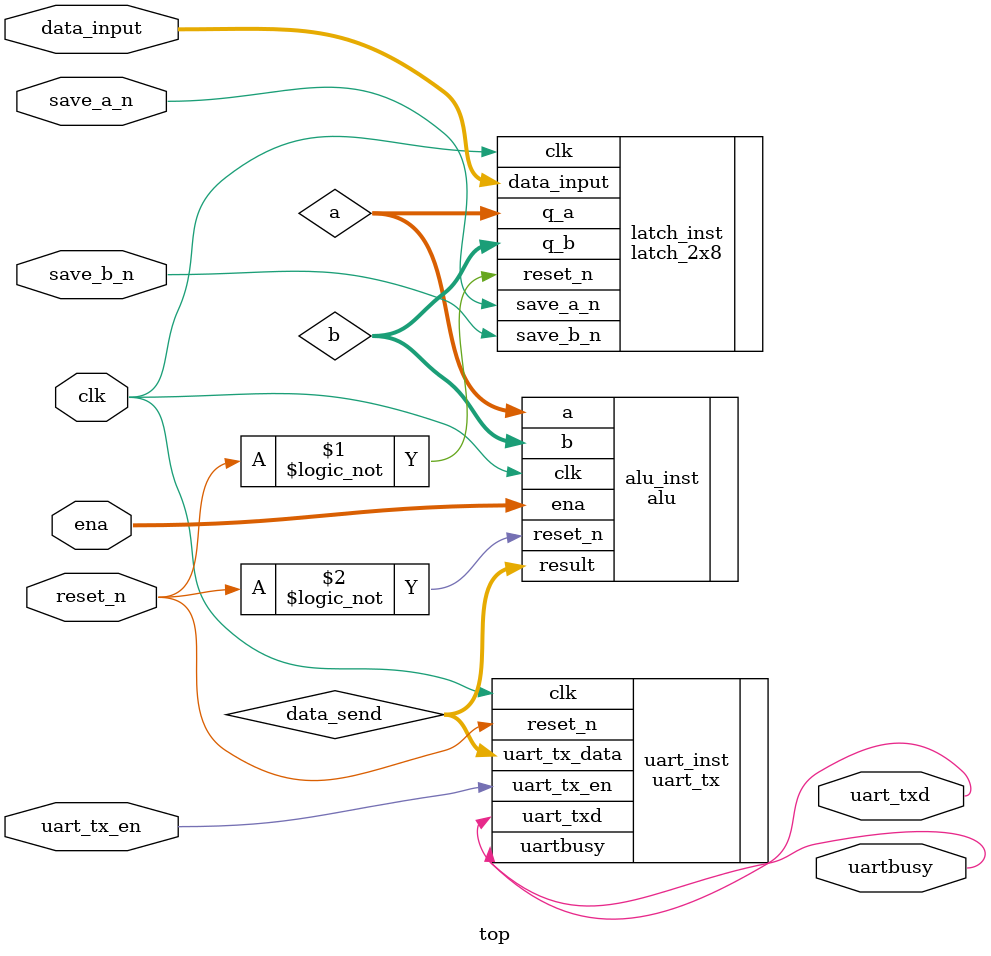
<source format=v>
module top (
    input clk,
    input reset_n,
    input save_a_n,
    input save_b_n,
    input [3:0] ena,
    input [3:0] data_input,
	 input uart_tx_en,
	 output  uartbusy,
	 output uart_txd

);

// Declaración de registros internos para los datos de entrada de latch
wire [3:0] a, b; 
wire [7:0] data_send;

// Instancia de latch
latch_2x8 latch_inst (
    .clk(clk),
    .reset_n(!reset_n),
    .save_a_n(save_a_n),
    .save_b_n(save_b_n),
    .data_input(data_input),
    .q_a(a), // Salida del latch para el primer operando
    .q_b(b)  // Salida del latch para el segundo operando
);

// Instancia de la ALU
alu alu_inst (
    .clk(clk),
	 .reset_n(!reset_n),
    .ena(ena),
    .a(a),
    .b(b),
    .result(data_send),
);

// Instancia de UART
uart_tx uart_inst (
    .clk(clk),
    .reset_n(reset_n),
    .uart_tx_en(uart_tx_en), // Usando ena[0] para habilitar la transmisión UART
    .uart_tx_data(data_send), // Transmitir el resultado a través de UART
    .uart_txd(uart_txd), // Conectar a la línea de transmisión UART
    .uartbusy(uartbusy) // Indicador de ocupado de UART
);

endmodule

</source>
